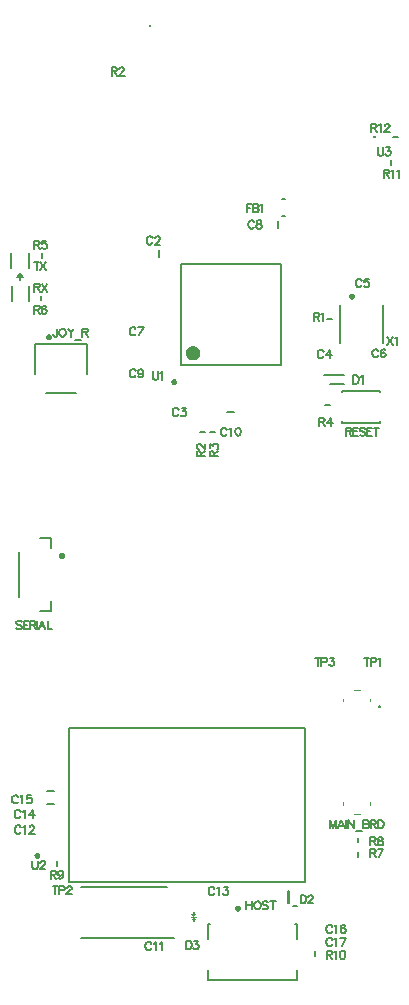
<source format=gto>
%FSTAX23Y23*%
%MOIN*%
%SFA1B1*%

%IPPOS*%
%ADD10C,0.009800*%
%ADD11C,0.003900*%
%ADD12C,0.007900*%
%ADD13C,0.023600*%
%ADD14C,0.005900*%
%ADD15C,0.006000*%
%LNleft_board-1*%
%LPD*%
G36*
X02783Y01476D02*
X02791Y01466D01*
X02775*
X02783Y01476*
X02775Y01486*
X02791*
X02783Y01476*
G37*
G54D10*
X02933Y01505D02*
D01*
X02933Y01506*
X02933Y01506*
X02933Y01506*
X02933Y01507*
X02933Y01507*
X02933Y01507*
X02933Y01508*
X02932Y01508*
X02932Y01508*
X02932Y01508*
X02932Y01509*
X02931Y01509*
X02931Y01509*
X02931Y01509*
X02931Y01509*
X0293Y0151*
X0293Y0151*
X0293Y0151*
X02929Y0151*
X02929Y0151*
X02929Y0151*
X02928Y0151*
X02928*
X02928Y0151*
X02927Y0151*
X02927Y0151*
X02927Y0151*
X02926Y0151*
X02926Y0151*
X02926Y01509*
X02925Y01509*
X02925Y01509*
X02925Y01509*
X02925Y01509*
X02924Y01508*
X02924Y01508*
X02924Y01508*
X02924Y01508*
X02924Y01507*
X02924Y01507*
X02923Y01507*
X02923Y01506*
X02923Y01506*
X02923Y01506*
X02923Y01505*
X02923Y01505*
X02923Y01505*
X02923Y01504*
X02923Y01504*
X02924Y01504*
X02924Y01503*
X02924Y01503*
X02924Y01503*
X02924Y01502*
X02924Y01502*
X02925Y01502*
X02925Y01502*
X02925Y01501*
X02925Y01501*
X02926Y01501*
X02926Y01501*
X02926Y01501*
X02927Y01501*
X02927Y015*
X02927Y015*
X02928Y015*
X02928Y015*
X02928*
X02929Y015*
X02929Y015*
X02929Y015*
X0293Y01501*
X0293Y01501*
X0293Y01501*
X02931Y01501*
X02931Y01501*
X02931Y01501*
X02931Y01502*
X02932Y01502*
X02932Y01502*
X02932Y01502*
X02932Y01503*
X02933Y01503*
X02933Y01503*
X02933Y01504*
X02933Y01504*
X02933Y01504*
X02933Y01505*
X02933Y01505*
X02933Y01505*
X02347Y02681D02*
D01*
X02347Y02681*
X02347Y02681*
X02347Y02682*
X02347Y02682*
X02347Y02682*
X02346Y02683*
X02346Y02683*
X02346Y02683*
X02346Y02683*
X02346Y02684*
X02346Y02684*
X02345Y02684*
X02345Y02684*
X02345Y02685*
X02344Y02685*
X02344Y02685*
X02344Y02685*
X02344Y02685*
X02343Y02685*
X02343Y02685*
X02343Y02685*
X02342Y02685*
X02342*
X02341Y02685*
X02341Y02685*
X02341Y02685*
X0234Y02685*
X0234Y02685*
X0234Y02685*
X0234Y02685*
X02339Y02685*
X02339Y02684*
X02339Y02684*
X02338Y02684*
X02338Y02684*
X02338Y02683*
X02338Y02683*
X02338Y02683*
X02338Y02683*
X02337Y02682*
X02337Y02682*
X02337Y02682*
X02337Y02681*
X02337Y02681*
X02337Y02681*
X02337Y0268*
X02337Y0268*
X02337Y0268*
X02337Y02679*
X02337Y02679*
X02338Y02679*
X02338Y02678*
X02338Y02678*
X02338Y02678*
X02338Y02677*
X02338Y02677*
X02339Y02677*
X02339Y02677*
X02339Y02677*
X0234Y02676*
X0234Y02676*
X0234Y02676*
X0234Y02676*
X02341Y02676*
X02341Y02676*
X02341Y02676*
X02342Y02676*
X02342*
X02343Y02676*
X02343Y02676*
X02343Y02676*
X02344Y02676*
X02344Y02676*
X02344Y02676*
X02344Y02676*
X02345Y02677*
X02345Y02677*
X02345Y02677*
X02346Y02677*
X02346Y02677*
X02346Y02678*
X02346Y02678*
X02346Y02678*
X02346Y02679*
X02347Y02679*
X02347Y02679*
X02347Y0268*
X02347Y0268*
X02347Y0268*
X02347Y02681*
X02722Y03259D02*
D01*
X02722Y0326*
X02722Y0326*
X02722Y0326*
X02722Y03261*
X02722Y03261*
X02721Y03261*
X02721Y03262*
X02721Y03262*
X02721Y03262*
X02721Y03262*
X02721Y03263*
X0272Y03263*
X0272Y03263*
X0272Y03263*
X02719Y03264*
X02719Y03264*
X02719Y03264*
X02719Y03264*
X02718Y03264*
X02718Y03264*
X02718Y03264*
X02717Y03264*
X02717*
X02716Y03264*
X02716Y03264*
X02716Y03264*
X02715Y03264*
X02715Y03264*
X02715Y03264*
X02715Y03264*
X02714Y03263*
X02714Y03263*
X02714Y03263*
X02713Y03263*
X02713Y03262*
X02713Y03262*
X02713Y03262*
X02713Y03262*
X02713Y03261*
X02712Y03261*
X02712Y03261*
X02712Y0326*
X02712Y0326*
X02712Y0326*
X02712Y03259*
X02712Y03259*
X02712Y03259*
X02712Y03258*
X02712Y03258*
X02712Y03258*
X02713Y03257*
X02713Y03257*
X02713Y03257*
X02713Y03256*
X02713Y03256*
X02713Y03256*
X02714Y03256*
X02714Y03255*
X02714Y03255*
X02715Y03255*
X02715Y03255*
X02715Y03255*
X02715Y03255*
X02716Y03255*
X02716Y03254*
X02716Y03254*
X02717Y03254*
X02717*
X02718Y03254*
X02718Y03254*
X02718Y03255*
X02719Y03255*
X02719Y03255*
X02719Y03255*
X02719Y03255*
X0272Y03255*
X0272Y03255*
X0272Y03256*
X02721Y03256*
X02721Y03256*
X02721Y03256*
X02721Y03257*
X02721Y03257*
X02721Y03257*
X02722Y03258*
X02722Y03258*
X02722Y03258*
X02722Y03259*
X02722Y03259*
X02722Y03259*
X02265Y01682D02*
D01*
X02265Y01682*
X02265Y01682*
X02265Y01683*
X02265Y01683*
X02265Y01683*
X02265Y01684*
X02265Y01684*
X02264Y01684*
X02264Y01684*
X02264Y01685*
X02264Y01685*
X02264Y01685*
X02263Y01685*
X02263Y01686*
X02263Y01686*
X02262Y01686*
X02262Y01686*
X02262Y01686*
X02261Y01686*
X02261Y01686*
X02261Y01686*
X0226Y01686*
X0226*
X0226Y01686*
X02259Y01686*
X02259Y01686*
X02259Y01686*
X02258Y01686*
X02258Y01686*
X02258Y01686*
X02258Y01686*
X02257Y01685*
X02257Y01685*
X02257Y01685*
X02257Y01685*
X02256Y01684*
X02256Y01684*
X02256Y01684*
X02256Y01684*
X02256Y01683*
X02256Y01683*
X02256Y01683*
X02255Y01682*
X02255Y01682*
X02255Y01682*
X02255Y01681*
X02255Y01681*
X02256Y01681*
X02256Y0168*
X02256Y0168*
X02256Y0168*
X02256Y01679*
X02256Y01679*
X02256Y01679*
X02257Y01678*
X02257Y01678*
X02257Y01678*
X02257Y01678*
X02258Y01678*
X02258Y01677*
X02258Y01677*
X02258Y01677*
X02259Y01677*
X02259Y01677*
X02259Y01677*
X0226Y01677*
X0226Y01677*
X0226*
X02261Y01677*
X02261Y01677*
X02261Y01677*
X02262Y01677*
X02262Y01677*
X02262Y01677*
X02263Y01677*
X02263Y01678*
X02263Y01678*
X02264Y01678*
X02264Y01678*
X02264Y01678*
X02264Y01679*
X02264Y01679*
X02265Y01679*
X02265Y0168*
X02265Y0168*
X02265Y0168*
X02265Y01681*
X02265Y01681*
X02265Y01681*
X02265Y01682*
X03314Y03545D02*
D01*
X03313Y03546*
X03313Y03546*
X03313Y03546*
X03313Y03547*
X03313Y03547*
X03313Y03547*
X03313Y03548*
X03313Y03548*
X03313Y03548*
X03312Y03548*
X03312Y03549*
X03312Y03549*
X03312Y03549*
X03311Y03549*
X03311Y03549*
X03311Y0355*
X0331Y0355*
X0331Y0355*
X0331Y0355*
X03309Y0355*
X03309Y0355*
X03309Y0355*
X03308*
X03308Y0355*
X03308Y0355*
X03307Y0355*
X03307Y0355*
X03307Y0355*
X03306Y0355*
X03306Y03549*
X03306Y03549*
X03306Y03549*
X03305Y03549*
X03305Y03549*
X03305Y03548*
X03305Y03548*
X03304Y03548*
X03304Y03548*
X03304Y03547*
X03304Y03547*
X03304Y03547*
X03304Y03546*
X03304Y03546*
X03304Y03546*
X03304Y03545*
X03304Y03545*
X03304Y03545*
X03304Y03544*
X03304Y03544*
X03304Y03544*
X03304Y03543*
X03304Y03543*
X03304Y03543*
X03305Y03542*
X03305Y03542*
X03305Y03542*
X03305Y03542*
X03306Y03541*
X03306Y03541*
X03306Y03541*
X03306Y03541*
X03307Y03541*
X03307Y03541*
X03307Y0354*
X03308Y0354*
X03308Y0354*
X03308Y0354*
X03309*
X03309Y0354*
X03309Y0354*
X0331Y0354*
X0331Y03541*
X0331Y03541*
X03311Y03541*
X03311Y03541*
X03311Y03541*
X03312Y03541*
X03312Y03542*
X03312Y03542*
X03312Y03542*
X03313Y03542*
X03313Y03543*
X03313Y03543*
X03313Y03543*
X03313Y03544*
X03313Y03544*
X03313Y03544*
X03313Y03545*
X03313Y03545*
X03314Y03545*
X02303Y03409D02*
D01*
X02303Y03409*
X02303Y0341*
X02303Y0341*
X02303Y0341*
X02303Y03411*
X02303Y03411*
X02303Y03411*
X02302Y03411*
X02302Y03412*
X02302Y03412*
X02302Y03412*
X02301Y03413*
X02301Y03413*
X02301Y03413*
X02301Y03413*
X023Y03413*
X023Y03413*
X023Y03414*
X02299Y03414*
X02299Y03414*
X02299Y03414*
X02298Y03414*
X02298*
X02298Y03414*
X02297Y03414*
X02297Y03414*
X02297Y03414*
X02296Y03413*
X02296Y03413*
X02296Y03413*
X02295Y03413*
X02295Y03413*
X02295Y03413*
X02295Y03412*
X02294Y03412*
X02294Y03412*
X02294Y03411*
X02294Y03411*
X02294Y03411*
X02294Y03411*
X02293Y0341*
X02293Y0341*
X02293Y0341*
X02293Y03409*
X02293Y03409*
X02293Y03409*
X02293Y03408*
X02293Y03408*
X02293Y03408*
X02294Y03407*
X02294Y03407*
X02294Y03407*
X02294Y03406*
X02294Y03406*
X02294Y03406*
X02295Y03405*
X02295Y03405*
X02295Y03405*
X02295Y03405*
X02296Y03405*
X02296Y03404*
X02296Y03404*
X02297Y03404*
X02297Y03404*
X02297Y03404*
X02298Y03404*
X02298Y03404*
X02298*
X02299Y03404*
X02299Y03404*
X02299Y03404*
X023Y03404*
X023Y03404*
X023Y03404*
X02301Y03405*
X02301Y03405*
X02301Y03405*
X02301Y03405*
X02302Y03405*
X02302Y03406*
X02302Y03406*
X02302Y03406*
X02303Y03407*
X02303Y03407*
X02303Y03407*
X02303Y03408*
X02303Y03408*
X02303Y03408*
X02303Y03409*
X02303Y03409*
G54D11*
X02635Y04447D02*
D01*
X02635Y04446*
X02635Y04446*
X02635Y04446*
X02635Y04446*
X02635Y04446*
X02635Y04446*
X02635Y04446*
X02636Y04446*
X02636Y04446*
X02636Y04446*
X02636Y04446*
X02636Y04446*
X02636Y04446*
X02636Y04446*
X02637Y04446*
X02637Y04446*
X02637Y04446*
X02637Y04446*
X02637Y04446*
X02637Y04446*
X02637Y04446*
X02637Y04446*
X02638Y04446*
X02638Y04446*
X02638Y04446*
X02638Y04446*
X02638Y04446*
X02638Y04446*
X02638Y04447*
X02638Y04447*
X02638Y04447*
X02638Y04447*
X02638Y04447*
X02638Y04447*
X02638Y04447*
X02638Y04447*
X02638Y04448*
X02638Y04448*
X02638Y04448*
X02638Y04448*
X02638Y04448*
X02638Y04448*
X02638Y04448*
X02638Y04448*
X02638Y04449*
D01*
X02638Y04449*
X02638Y04449*
X02638Y04449*
X02638Y04449*
X02638Y04449*
X02638Y04449*
X02638Y04449*
X02637Y04449*
X02637Y04449*
X02637Y04449*
X02637Y0445*
X02637Y0445*
X02637Y0445*
X02637Y0445*
X02636Y0445*
X02636Y0445*
X02636Y0445*
X02636Y0445*
X02636Y04449*
X02636Y04449*
X02636Y04449*
X02636Y04449*
X02635Y04449*
X02635Y04449*
X02635Y04449*
X02635Y04449*
X02635Y04449*
X02635Y04449*
X02635Y04449*
X02635Y04449*
X02635Y04448*
X02635Y04448*
X02635Y04448*
X02635Y04448*
X02635Y04448*
X02635Y04448*
X02635Y04448*
X02635Y04448*
X02635Y04447*
X02635Y04447*
X02635Y04447*
X02635Y04447*
X02635Y04447*
X02635Y04447*
X02635Y04447*
X03386Y04078D02*
D01*
X03386Y04078*
X03386Y04078*
X03386Y04078*
X03386Y04078*
X03386Y04078*
X03386Y04078*
X03385Y04079*
X03385Y04079*
X03385Y04079*
X03385Y04079*
X03385Y04079*
X03385Y04079*
X03385Y04079*
X03385Y04079*
X03385Y04079*
X03385Y04079*
X03384Y04079*
X03384Y0408*
X03384Y0408*
X03384Y0408*
X03384Y0408*
X03384Y0408*
X03384*
X03383Y0408*
X03383Y0408*
X03383Y0408*
X03383Y0408*
X03383Y04079*
X03383Y04079*
X03383Y04079*
X03383Y04079*
X03382Y04079*
X03382Y04079*
X03382Y04079*
X03382Y04079*
X03382Y04079*
X03382Y04079*
X03382Y04079*
X03382Y04078*
X03382Y04078*
X03382Y04078*
X03382Y04078*
X03382Y04078*
X03382Y04078*
X03382Y04078*
D01*
X03382Y04077*
X03382Y04077*
X03382Y04077*
X03382Y04077*
X03382Y04077*
X03382Y04077*
X03382Y04077*
X03382Y04077*
X03382Y04076*
X03382Y04076*
X03382Y04076*
X03382Y04076*
X03383Y04076*
X03383Y04076*
X03383Y04076*
X03383Y04076*
X03383Y04076*
X03383Y04076*
X03383Y04076*
X03383Y04076*
X03384Y04076*
X03384Y04076*
X03384*
X03384Y04076*
X03384Y04076*
X03384Y04076*
X03384Y04076*
X03385Y04076*
X03385Y04076*
X03385Y04076*
X03385Y04076*
X03385Y04076*
X03385Y04076*
X03385Y04076*
X03385Y04076*
X03385Y04076*
X03385Y04077*
X03386Y04077*
X03386Y04077*
X03386Y04077*
X03386Y04077*
X03386Y04077*
X03386Y04077*
X03386Y04077*
X03386Y04078*
X02775Y01476D02*
X02791D01*
X03316Y0182D02*
X03336D01*
X03281Y02194D02*
Y02203D01*
X03316Y02233D02*
X03336D01*
X03371Y02194D02*
Y02203D01*
Y01849D02*
Y01859D01*
X03281Y01849D02*
Y01859D01*
G54D12*
X03405Y02176D02*
D01*
X03405Y02176*
X03405Y02176*
X03405Y02176*
X03405Y02176*
X03405Y02176*
X03405Y02177*
X03405Y02177*
X03404Y02177*
X03404Y02177*
X03404Y02177*
X03404Y02177*
X03404Y02177*
X03404Y02177*
X03404Y02177*
X03404Y02178*
X03404Y02178*
X03404Y02178*
X03403Y02178*
X03403Y02178*
X03403Y02178*
X03403Y02178*
X03403Y02178*
X03403*
X03403Y02178*
X03402Y02178*
X03402Y02178*
X03402Y02178*
X03402Y02178*
X03402Y02178*
X03402Y02178*
X03402Y02177*
X03402Y02177*
X03401Y02177*
X03401Y02177*
X03401Y02177*
X03401Y02177*
X03401Y02177*
X03401Y02177*
X03401Y02177*
X03401Y02176*
X03401Y02176*
X03401Y02176*
X03401Y02176*
X03401Y02176*
X03401Y02176*
D01*
X03401Y02176*
X03401Y02176*
X03401Y02175*
X03401Y02175*
X03401Y02175*
X03401Y02175*
X03401Y02175*
X03401Y02175*
X03401Y02175*
X03401Y02175*
X03401Y02174*
X03401Y02174*
X03402Y02174*
X03402Y02174*
X03402Y02174*
X03402Y02174*
X03402Y02174*
X03402Y02174*
X03402Y02174*
X03402Y02174*
X03403Y02174*
X03403Y02174*
X03403*
X03403Y02174*
X03403Y02174*
X03403Y02174*
X03403Y02174*
X03404Y02174*
X03404Y02174*
X03404Y02174*
X03404Y02174*
X03404Y02174*
X03404Y02174*
X03404Y02174*
X03404Y02175*
X03404Y02175*
X03404Y02175*
X03405Y02175*
X03405Y02175*
X03405Y02175*
X03405Y02175*
X03405Y02175*
X03405Y02176*
X03405Y02176*
X03405Y02176*
D01*
X03405Y02176*
X03405Y02176*
X03405Y02176*
X03405Y02176*
X03405Y02176*
X03405Y02177*
X03405Y02177*
X03404Y02177*
X03404Y02177*
X03404Y02177*
X03404Y02177*
X03404Y02177*
X03404Y02177*
X03404Y02177*
X03404Y02178*
X03404Y02178*
X03404Y02178*
X03403Y02178*
X03403Y02178*
X03403Y02178*
X03403Y02178*
X03403Y02178*
X03403*
X03403Y02178*
X03402Y02178*
X03402Y02178*
X03402Y02178*
X03402Y02178*
X03402Y02178*
X03402Y02178*
X03402Y02177*
X03402Y02177*
X03401Y02177*
X03401Y02177*
X03401Y02177*
X03401Y02177*
X03401Y02177*
X03401Y02177*
X03401Y02177*
X03401Y02176*
X03401Y02176*
X03401Y02176*
X03401Y02176*
X03401Y02176*
X03401Y02176*
X02832Y01266D02*
X03127D01*
Y01298D01*
Y01403D02*
Y01451D01*
X03122D02*
X03127D01*
X02832Y01451D02*
X02837D01*
X02832Y01403D02*
Y01451D01*
Y01266D02*
Y01298D01*
X0227Y0274D02*
X02309D01*
X02202Y02542D02*
Y02693D01*
X0227Y02496D02*
X02309D01*
Y0253*
Y02705D02*
Y0274D01*
X03217Y03283D02*
X03283D01*
X03236Y03252D02*
X03283D01*
X03279Y03123D02*
X03405D01*
X03279Y03229D02*
Y03224D01*
Y03123D02*
Y03128D01*
Y03229D02*
X03405D01*
Y03224D02*
Y03229D01*
Y03128D02*
Y03123D01*
X02741Y03316D02*
X03075D01*
X02741Y03651D02*
X03075D01*
X02741Y03316D02*
Y03651D01*
X03075Y03316D02*
Y03651D01*
X0327Y0339D02*
Y03516D01*
X03414Y0339D02*
Y03516D01*
X02254Y03387D02*
X02427D01*
Y03286D02*
Y03387D01*
X02291Y03222D02*
X0239D01*
X02254Y03286D02*
Y03387D01*
X02667Y03677D02*
Y037D01*
X03077Y03813D02*
X03087D01*
X03077Y03868D02*
X03087D01*
X02895Y03159D02*
X02919D01*
X03064Y03771D02*
Y03795D01*
X02196Y03615D02*
X02212D01*
X02204Y03607D02*
Y03622D01*
X02235Y03689D02*
Y0364D01*
X02174D02*
Y03689D01*
X02194Y03608D02*
X02214D01*
X02204Y03617D02*
Y03598D01*
X02176Y0353D02*
Y03579D01*
X02233Y0353D02*
Y03579D01*
X02407Y01577D02*
X02694D01*
X02407Y01406D02*
X02718D01*
X03114Y01513D02*
X03128D01*
X031Y01563D02*
Y01523D01*
X03096Y01563D02*
X031D01*
X03096Y01523D02*
Y01563D01*
Y01523D02*
X031D01*
G54D13*
X02792Y03356D02*
D01*
X02792Y03357*
X02792Y03357*
X02792Y03358*
X02791Y03359*
X02791Y0336*
X02791Y03361*
X0279Y03361*
X0279Y03362*
X0279Y03363*
X02789Y03363*
X02788Y03364*
X02788Y03365*
X02787Y03365*
X02787Y03366*
X02786Y03366*
X02785Y03366*
X02784Y03367*
X02784Y03367*
X02783Y03367*
X02782Y03367*
X02781Y03368*
X0278Y03368*
X0278*
X02779Y03368*
X02778Y03367*
X02777Y03367*
X02776Y03367*
X02776Y03367*
X02775Y03366*
X02774Y03366*
X02773Y03366*
X02773Y03365*
X02772Y03365*
X02772Y03364*
X02771Y03363*
X0277Y03363*
X0277Y03362*
X0277Y03361*
X02769Y03361*
X02769Y0336*
X02769Y03359*
X02768Y03358*
X02768Y03357*
X02768Y03357*
X02768Y03356*
X02768Y03355*
X02768Y03354*
X02768Y03353*
X02769Y03353*
X02769Y03352*
X02769Y03351*
X0277Y0335*
X0277Y0335*
X0277Y03349*
X02771Y03348*
X02772Y03348*
X02772Y03347*
X02773Y03347*
X02773Y03346*
X02774Y03346*
X02775Y03345*
X02776Y03345*
X02776Y03345*
X02777Y03344*
X02778Y03344*
X02779Y03344*
X0278Y03344*
X0278*
X02781Y03344*
X02782Y03344*
X02783Y03344*
X02784Y03345*
X02784Y03345*
X02785Y03345*
X02786Y03346*
X02787Y03346*
X02787Y03347*
X02788Y03347*
X02788Y03348*
X02789Y03348*
X0279Y03349*
X0279Y0335*
X0279Y0335*
X02791Y03351*
X02791Y03352*
X02791Y03353*
X02792Y03353*
X02792Y03354*
X02792Y03355*
X02792Y03356*
G54D14*
X02783Y01484D02*
Y01491D01*
Y01462D02*
Y01467D01*
X03154Y01593D02*
Y02104D01*
X02366Y01593D02*
Y02104D01*
X03154*
X02366Y01593D02*
X03154D01*
X03189Y01346D02*
Y01362D01*
X0322Y03181D02*
X03236D01*
X03449Y04076D02*
X03465D01*
X02329Y01645D02*
Y01661D01*
X03229Y03468D02*
X03245D01*
X02275Y03547D02*
Y03531D01*
X0333Y01677D02*
Y01692D01*
X02294Y01895D02*
X02317D01*
X02294Y01851D02*
X02317D01*
X02805Y03093D02*
X02821D01*
X02838D02*
X02853D01*
X02279Y03689D02*
Y03673D01*
X0333Y01724D02*
Y0174D01*
X0344Y03999D02*
Y03983D01*
G54D15*
X02959Y01528D02*
Y01501D01*
X02978Y01528D02*
Y01501D01*
X02959Y01515D02*
X02978D01*
X02993Y01528D02*
X02991Y01527D01*
X02988Y01524*
X02987Y01522*
X02985Y01518*
Y01511*
X02987Y01507*
X02988Y01505*
X02991Y01502*
X02993Y01501*
X02998*
X03001Y01502*
X03004Y01505*
X03005Y01507*
X03006Y01511*
Y01518*
X03005Y01522*
X03004Y01524*
X03001Y01527*
X02998Y01528*
X02993*
X03031Y01524D02*
X03028Y01527D01*
X03025Y01528*
X03019*
X03015Y01527*
X03013Y01524*
Y01522*
X03014Y01519*
X03015Y01518*
X03018Y01517*
X03026Y01514*
X03028Y01513*
X0303Y01511*
X03031Y01509*
Y01505*
X03028Y01502*
X03025Y01501*
X03019*
X03015Y01502*
X03013Y01505*
X03046Y01528D02*
Y01501D01*
X03037Y01528D02*
X03056D01*
X03197Y0234D02*
Y02313D01*
X03188Y0234D02*
X03206D01*
X03209Y02326D02*
X03221D01*
X03225Y02327*
X03226Y02328*
X03228Y02331*
Y02335*
X03226Y02337*
X03225Y02339*
X03221Y0234*
X03209*
Y02313*
X03237Y0234D02*
X03251D01*
X03243Y0233*
X03247*
X0325Y02328*
X03251Y02327*
X03252Y02323*
Y0232*
X03251Y02316*
X03248Y02314*
X03244Y02313*
X0324*
X03237Y02314*
X03235Y02315*
X03234Y02318*
X02322Y01578D02*
Y01551D01*
X02313Y01578D02*
X02331D01*
X02334Y01564D02*
X02346D01*
X0235Y01565*
X02351Y01566*
X02353Y01569*
Y01573*
X02351Y01576*
X0235Y01577*
X02346Y01578*
X02334*
Y01551*
X0236Y01572D02*
Y01573D01*
X02362Y01576*
X02363Y01577*
X02365Y01578*
X02371*
X02373Y01577*
X02375Y01576*
X02376Y01573*
Y0157*
X02375Y01568*
X02372Y01564*
X02359Y01551*
X02377*
X0336Y0234D02*
Y02313D01*
X03351Y0234D02*
X03369D01*
X03373Y02326D02*
X03385D01*
X03389Y02327*
X0339Y02328*
X03391Y02331*
Y02335*
X0339Y02337*
X03389Y02339*
X03385Y0234*
X03373*
Y02313*
X03397Y02335D02*
X034Y02336D01*
X03404Y0234*
Y02313*
X03226Y01363D02*
Y01335D01*
Y01363D02*
X03238D01*
X03242Y01362*
X03243Y0136*
X03244Y01358*
Y01355*
X03243Y01352*
X03242Y01351*
X03238Y0135*
X03226*
X03235D02*
X03244Y01335D01*
X03251Y01358D02*
X03253Y01359D01*
X03257Y01363*
Y01335*
X03279Y01363D02*
X03275Y01362D01*
X03272Y01358*
X03271Y01351*
Y01347*
X03272Y01341*
X03275Y01337*
X03279Y01335*
X03281*
X03285Y01337*
X03288Y01341*
X03289Y01347*
Y01351*
X03288Y01358*
X03285Y01362*
X03281Y01363*
X03279*
X03244Y014D02*
X03243Y01402D01*
X0324Y01405*
X03238Y01406*
X03232*
X0323Y01405*
X03227Y01402*
X03226Y014*
X03225Y01396*
Y01389*
X03226Y01385*
X03227Y01383*
X0323Y0138*
X03232Y01379*
X03238*
X0324Y0138*
X03243Y01383*
X03244Y01385*
X03252Y01401D02*
X03255Y01402D01*
X03259Y01406*
Y01379*
X03291Y01406D02*
X03277Y01379D01*
X03272Y01406D02*
X03291D01*
X03245Y01443D02*
X03243Y01445D01*
X03241Y01448*
X03238Y01449*
X03233*
X0323Y01448*
X03228Y01445*
X03226Y01443*
X03225Y01439*
Y01432*
X03226Y01428*
X03228Y01426*
X0323Y01423*
X03233Y01422*
X03238*
X03241Y01423*
X03243Y01426*
X03245Y01428*
X03253Y01444D02*
X03255Y01445D01*
X03259Y01449*
Y01422*
X03288Y01445D02*
X03287Y01448D01*
X03283Y01449*
X03281*
X03277Y01448*
X03274Y01444*
X03273Y01438*
Y01431*
X03274Y01426*
X03277Y01423*
X03281Y01422*
X03282*
X03286Y01423*
X03288Y01426*
X0329Y0143*
Y01431*
X03288Y01435*
X03286Y01438*
X03282Y01439*
X03281*
X03277Y01438*
X03274Y01435*
X03273Y01431*
X03429Y03409D02*
X03447Y03382D01*
Y03409D02*
X03429Y03382D01*
X03453Y03404D02*
X03456Y03405D01*
X0346Y03409*
Y03382*
X02646Y03294D02*
Y03274D01*
X02647Y0327*
X0265Y03268*
X02654Y03266*
X02656*
X0266Y03268*
X02663Y0327*
X02664Y03274*
Y03294*
X02672Y03289D02*
X02674Y0329D01*
X02678Y03294*
Y03266*
X03184Y0349D02*
Y03462D01*
Y0349D02*
X03196D01*
X032Y03488*
X03201Y03487*
X03202Y03484*
Y03482*
X03201Y03479*
X032Y03478*
X03196Y03477*
X03184*
X03193D02*
X03202Y03462D01*
X03208Y03484D02*
X03211Y03486D01*
X03215Y0349*
Y03462*
X02961Y03853D02*
Y03825D01*
Y03853D02*
X02978D01*
X02961Y0384D02*
X02972D01*
X02981Y03853D02*
Y03825D01*
Y03853D02*
X02993D01*
X02997Y03852*
X02998Y0385*
X03Y03848*
Y03845*
X02998Y03842*
X02997Y03841*
X02993Y0384*
X02981D02*
X02993D01*
X02997Y03838*
X02998Y03837*
X03Y03835*
Y03831*
X02998Y03828*
X02997Y03827*
X02993Y03825*
X02981*
X03006Y03848D02*
X03008Y03849D01*
X03012Y03853*
Y03825*
X02894Y031D02*
X02892Y03103D01*
X0289Y03106*
X02887Y03107*
X02882*
X02879Y03106*
X02877Y03103*
X02875Y031*
X02874Y03096*
Y0309*
X02875Y03086*
X02877Y03083*
X02879Y03081*
X02882Y03079*
X02887*
X0289Y03081*
X02892Y03083*
X02894Y03086*
X02901Y03102D02*
X02904Y03103D01*
X02908Y03107*
Y03079*
X0293Y03107D02*
X02926Y03106D01*
X02923Y03102*
X02922Y03095*
Y03091*
X02923Y03085*
X02926Y03081*
X0293Y03079*
X02932*
X02936Y03081*
X02939Y03085*
X0294Y03091*
Y03095*
X02939Y03102*
X02936Y03106*
X02932Y03107*
X0293*
X0259Y03295D02*
X02588Y03298D01*
X02586Y033*
X02583Y03302*
X02578*
X02575Y033*
X02572Y03298*
X02571Y03295*
X0257Y03291*
Y03285*
X02571Y03281*
X02572Y03278*
X02575Y03275*
X02578Y03274*
X02583*
X02586Y03275*
X02588Y03278*
X0259Y03281*
X02614Y03293D02*
X02613Y03289D01*
X0261Y03286*
X02606Y03285*
X02605*
X02601Y03286*
X02599Y03289*
X02597Y03293*
Y03294*
X02599Y03298*
X02601Y033*
X02605Y03302*
X02606*
X0261Y033*
X02613Y03298*
X02614Y03293*
Y03286*
X02613Y03279*
X0261Y03275*
X02606Y03274*
X02604*
X026Y03275*
X02599Y03278*
X02985Y03791D02*
X02983Y03794D01*
X02981Y03796*
X02978Y03798*
X02973*
X0297Y03796*
X02967Y03794*
X02966Y03791*
X02965Y03787*
Y03781*
X02966Y03777*
X02967Y03774*
X0297Y03772*
X02973Y0377*
X02978*
X02981Y03772*
X02983Y03774*
X02985Y03777*
X02999Y03798D02*
X02995Y03796D01*
X02994Y03794*
Y03791*
X02995Y03789*
X02998Y03787*
X03003Y03786*
X03007Y03785*
X03009Y03782*
X03011Y03779*
Y03775*
X03009Y03773*
X03008Y03772*
X03004Y0377*
X02999*
X02995Y03772*
X02994Y03773*
X02992Y03775*
Y03779*
X02994Y03782*
X02996Y03785*
X03Y03786*
X03005Y03787*
X03008Y03789*
X03009Y03791*
Y03794*
X03008Y03796*
X03004Y03798*
X02999*
X02589Y03435D02*
X02588Y03438D01*
X02586Y0344*
X02583Y03441*
X02578*
X02575Y0344*
X02572Y03438*
X02571Y03435*
X0257Y03431*
Y03424*
X02571Y0342*
X02572Y03418*
X02575Y03415*
X02578Y03414*
X02583*
X02586Y03415*
X02588Y03418*
X02589Y0342*
X02616Y03441D02*
X02602Y03414D01*
X02597Y03441D02*
X02616D01*
X03399Y03362D02*
X03397Y03365D01*
X03395Y03367*
X03392Y03369*
X03387*
X03384Y03367*
X03382Y03365*
X0338Y03362*
X03379Y03358*
Y03351*
X0338Y03348*
X03382Y03345*
X03384Y03342*
X03387Y03341*
X03392*
X03395Y03342*
X03397Y03345*
X03399Y03348*
X03422Y03365D02*
X03421Y03367D01*
X03417Y03369*
X03414*
X0341Y03367*
X03408Y03363*
X03406Y03357*
Y0335*
X03408Y03345*
X0341Y03342*
X03414Y03341*
X03415*
X03419Y03342*
X03422Y03345*
X03423Y03349*
Y0335*
X03422Y03354*
X03419Y03357*
X03415Y03358*
X03414*
X0341Y03357*
X03408Y03354*
X03406Y0335*
X03343Y03596D02*
X03341Y03599D01*
X03339Y03601*
X03336Y03603*
X03331*
X03328Y03601*
X03326Y03599*
X03324Y03596*
X03323Y03592*
Y03586*
X03324Y03582*
X03326Y03579*
X03328Y03577*
X03331Y03575*
X03336*
X03339Y03577*
X03341Y03579*
X03343Y03582*
X03366Y03603D02*
X03353D01*
X03352Y03591*
X03353Y03592*
X03357Y03594*
X03361*
X03365Y03592*
X03368Y0359*
X03369Y03586*
Y03583*
X03368Y03579*
X03365Y03577*
X03361Y03575*
X03357*
X03353Y03577*
X03352Y03578*
X03351Y0358*
X03216Y0336D02*
X03215Y03363D01*
X03212Y03365*
X0321Y03367*
X03204*
X03202Y03365*
X03199Y03363*
X03198Y0336*
X03196Y03356*
Y0335*
X03198Y03346*
X03199Y03343*
X03202Y0334*
X03204Y03339*
X0321*
X03212Y0334*
X03215Y03343*
X03216Y03346*
X03237Y03367D02*
X03224Y03348D01*
X03244*
X03237Y03367D02*
Y03339D01*
X02733Y03166D02*
X02731Y03168D01*
X02729Y03171*
X02726Y03172*
X02721*
X02718Y03171*
X02715Y03168*
X02714Y03166*
X02713Y03162*
Y03155*
X02714Y03151*
X02715Y03149*
X02718Y03146*
X02721Y03145*
X02726*
X02729Y03146*
X02731Y03149*
X02733Y03151*
X02743Y03172D02*
X02757D01*
X02749Y03162*
X02753*
X02756Y03161*
X02757Y03159*
X02759Y03155*
Y03153*
X02757Y03149*
X02755Y03146*
X02751Y03145*
X02747*
X02743Y03146*
X02742Y03147*
X0274Y0315*
X02646Y03738D02*
X02645Y03741D01*
X02642Y03743*
X02639Y03745*
X02634*
X02632Y03743*
X02629Y03741*
X02628Y03738*
X02626Y03734*
Y03728*
X02628Y03724*
X02629Y03721*
X02632Y03718*
X02634Y03717*
X02639*
X02642Y03718*
X02645Y03721*
X02646Y03724*
X02655Y03738D02*
Y03739D01*
X02656Y03742*
X02658Y03743*
X0266Y03745*
X02665*
X02668Y03743*
X02669Y03742*
X02671Y03739*
Y03737*
X02669Y03734*
X02667Y0373*
X02654Y03717*
X02672*
X03315Y03281D02*
Y03253D01*
Y03281D02*
X03324D01*
X03328Y0328*
X0333Y03277*
X03332Y03274*
X03333Y03271*
Y03264*
X03332Y0326*
X0333Y03257*
X03328Y03255*
X03324Y03253*
X03315*
X03339Y03276D02*
X03342Y03277D01*
X03346Y03281*
Y03253*
X03372Y01702D02*
Y01675D01*
Y01702D02*
X03384D01*
X03388Y01701*
X03389Y017*
X0339Y01697*
Y01694*
X03389Y01692*
X03388Y0169*
X03384Y01689*
X03372*
X03381D02*
X0339Y01675D01*
X03415Y01702D02*
X03402Y01675D01*
X03396Y01702D02*
X03415D01*
X02251Y03513D02*
Y03486D01*
Y03513D02*
X02263D01*
X02267Y03512*
X02268Y03511*
X0227Y03508*
Y03505*
X02268Y03503*
X02267Y03502*
X02263Y035*
X02251*
X02261D02*
X0227Y03486D01*
X02292Y03509D02*
X0229Y03512D01*
X02286Y03513*
X02284*
X0228Y03512*
X02277Y03508*
X02276Y03502*
Y03495*
X02277Y0349*
X0228Y03487*
X02284Y03486*
X02285*
X02289Y03487*
X02292Y0349*
X02293Y03494*
Y03495*
X02292Y03499*
X02289Y03502*
X02285Y03503*
X02284*
X0228Y03502*
X02277Y03499*
X02276Y03495*
X03236Y01799D02*
Y01771D01*
Y01799D02*
X03247Y01771D01*
X03257Y01799D02*
X03247Y01771D01*
X03257Y01799D02*
Y01771D01*
X03286D02*
X03275Y01799D01*
X03265Y01771*
X03269Y0178D02*
X03282D01*
X03292Y01799D02*
Y01771D01*
X03298Y01799D02*
Y01771D01*
Y01799D02*
X03317Y01771D01*
Y01799D02*
Y01771D01*
X03324Y01762D02*
X03345D01*
X03349Y01799D02*
Y01771D01*
Y01799D02*
X0336D01*
X03364Y01797*
X03366Y01796*
X03367Y01793*
Y01791*
X03366Y01788*
X03364Y01787*
X0336Y01785*
X03349D02*
X0336D01*
X03364Y01784*
X03366Y01783*
X03367Y0178*
Y01776*
X03366Y01774*
X03364Y01772*
X0336Y01771*
X03349*
X03373Y01799D02*
Y01771D01*
Y01799D02*
X03385D01*
X03389Y01797*
X0339Y01796*
X03392Y01793*
Y01791*
X0339Y01788*
X03389Y01787*
X03385Y01785*
X03373*
X03382D02*
X03392Y01771D01*
X03398Y01799D02*
Y01771D01*
Y01799D02*
X03407D01*
X03411Y01797*
X03413Y01795*
X03415Y01792*
X03416Y01788*
Y01781*
X03415Y01778*
X03413Y01775*
X03411Y01772*
X03407Y01771*
X03398*
X02198Y01875D02*
X02197Y01878D01*
X02194Y0188*
X02191Y01881*
X02186*
X02183Y0188*
X02181Y01878*
X02179Y01875*
X02178Y01871*
Y01864*
X02179Y0186*
X02181Y01858*
X02183Y01855*
X02186Y01854*
X02191*
X02194Y01855*
X02197Y01858*
X02198Y0186*
X02206Y01876D02*
X02208Y01878D01*
X02212Y01881*
Y01854*
X02242Y01881D02*
X02228D01*
X02227Y0187*
X02228Y01871*
X02232Y01872*
X02236*
X0224Y01871*
X02243Y01868*
X02244Y01864*
Y01862*
X02243Y01858*
X0224Y01855*
X02236Y01854*
X02232*
X02228Y01855*
X02227Y01857*
X02226Y01859*
X02642Y01385D02*
X02641Y01388D01*
X02638Y01391*
X02635Y01392*
X0263*
X02627Y01391*
X02625Y01388*
X02624Y01385*
X02622Y01381*
Y01375*
X02624Y01371*
X02625Y01368*
X02627Y01366*
X0263Y01364*
X02635*
X02638Y01366*
X02641Y01368*
X02642Y01371*
X0265Y01387D02*
X02652Y01388D01*
X02656Y01392*
Y01364*
X0267Y01387D02*
X02672Y01388D01*
X02676Y01392*
Y01364*
X02207Y01774D02*
X02205Y01777D01*
X02203Y0178*
X022Y01781*
X02195*
X02192Y0178*
X0219Y01777*
X02188Y01774*
X02187Y01771*
Y01764*
X02188Y0176*
X0219Y01757*
X02192Y01755*
X02195Y01753*
X022*
X02203Y01755*
X02205Y01757*
X02207Y0176*
X02214Y01776D02*
X02217Y01777D01*
X02221Y01781*
Y01753*
X02236Y01774D02*
Y01776D01*
X02237Y01778*
X02239Y0178*
X02241Y01781*
X02246*
X02249Y0178*
X0225Y01778*
X02252Y01776*
Y01773*
X0225Y01771*
X02248Y01767*
X02235Y01753*
X02253*
X02852Y01569D02*
X02851Y01572D01*
X02848Y01575*
X02846Y01576*
X02841*
X02838Y01575*
X02835Y01572*
X02834Y01569*
X02833Y01565*
Y01559*
X02834Y01555*
X02835Y01552*
X02838Y0155*
X02841Y01548*
X02846*
X02848Y0155*
X02851Y01552*
X02852Y01555*
X0286Y01571D02*
X02863Y01572D01*
X02867Y01576*
Y01548*
X02883Y01576D02*
X02897D01*
X0289Y01565*
X02893*
X02896Y01564*
X02897Y01563*
X02899Y01559*
Y01556*
X02897Y01552*
X02895Y0155*
X02891Y01548*
X02887*
X02883Y0155*
X02882Y01551*
X0288Y01554*
X02328Y03437D02*
Y03416D01*
X02327Y03412*
X02326Y03411*
X02323Y0341*
X0232*
X02318Y03411*
X02316Y03412*
X02315Y03416*
Y03419*
X02343Y03437D02*
X02341Y03436D01*
X02338Y03433*
X02337Y03431*
X02335Y03427*
Y0342*
X02337Y03416*
X02338Y03414*
X02341Y03411*
X02343Y0341*
X02348*
X02351Y03411*
X02354Y03414*
X02355Y03416*
X02356Y0342*
Y03427*
X02355Y03431*
X02354Y03433*
X02351Y03436*
X02348Y03437*
X02343*
X02363D02*
X02373Y03424D01*
Y0341*
X02384Y03437D02*
X02373Y03424D01*
X02387Y034D02*
X02408D01*
X02412Y03437D02*
Y0341D01*
Y03437D02*
X02424D01*
X02427Y03436*
X02429Y03435*
X0243Y03432*
Y03429*
X02429Y03427*
X02427Y03425*
X02424Y03424*
X02412*
X02421D02*
X0243Y0341D01*
X0226Y03659D02*
Y03631D01*
X02251Y03659D02*
X02269D01*
X02272D02*
X02291Y03631D01*
Y03659D02*
X02272Y03631D01*
X02252Y03587D02*
Y0356D01*
Y03587D02*
X02264D01*
X02267Y03586*
X02269Y03585*
X0227Y03582*
Y03579*
X02269Y03577*
X02267Y03575*
X02264Y03574*
X02252*
X02261D02*
X0227Y0356D01*
X02276Y03587D02*
X02295Y0356D01*
Y03587D02*
X02276Y0356D01*
X0314Y01549D02*
Y01521D01*
Y01549D02*
X03149D01*
X03153Y01547*
X03155Y01545*
X03157Y01542*
X03158Y01538*
Y01532*
X03157Y01528*
X03155Y01525*
X03153Y01523*
X03149Y01521*
X0314*
X03165Y01542D02*
Y01544D01*
X03167Y01546*
X03168Y01547*
X03171Y01549*
X03176*
X03178Y01547*
X0318Y01546*
X03181Y01544*
Y01541*
X0318Y01538*
X03177Y01534*
X03164Y01521*
X03182*
X02758Y01395D02*
Y01368D01*
Y01395D02*
X02767D01*
X02771Y01394*
X02773Y01391*
X02775Y01389*
X02776Y01385*
Y01378*
X02775Y01374*
X02773Y01372*
X02771Y01369*
X02767Y01368*
X02758*
X02785Y01395D02*
X02799D01*
X02791Y01385*
X02795*
X02798Y01383*
X02799Y01382*
X02801Y01378*
Y01376*
X02799Y01372*
X02797Y01369*
X02793Y01368*
X02789*
X02785Y01369*
X02783Y0137*
X02782Y01373*
X02245Y01662D02*
Y01642D01*
X02246Y01638*
X02249Y01636*
X02253Y01634*
X02256*
X0226Y01636*
X02262Y01638*
X02263Y01642*
Y01662*
X02272Y01655D02*
Y01657D01*
X02274Y01659*
X02275Y01661*
X02278Y01662*
X02283*
X02286Y01661*
X02287Y01659*
X02288Y01657*
Y01654*
X02287Y01651*
X02284Y01648*
X02271Y01634*
X02289*
X02306Y0163D02*
Y01603D01*
Y0163D02*
X02317D01*
X02321Y01629*
X02323Y01628*
X02324Y01625*
Y01623*
X02323Y0162*
X02321Y01619*
X02317Y01617*
X02306*
X02315D02*
X02324Y01603D01*
X02347Y01621D02*
X02346Y01617D01*
X02343Y01615*
X02339Y01613*
X02338*
X02334Y01615*
X02331Y01617*
X0233Y01621*
Y01623*
X02331Y01627*
X02334Y01629*
X02338Y0163*
X02339*
X02343Y01629*
X02346Y01627*
X02347Y01621*
Y01615*
X02346Y01608*
X02343Y01604*
X02339Y01603*
X02337*
X02333Y01604*
X02331Y01607*
X03372Y01742D02*
Y01714D01*
Y01742D02*
X03384D01*
X03388Y0174*
X03389Y01739*
X0339Y01736*
Y01734*
X03389Y01731*
X03388Y0173*
X03384Y01729*
X03372*
X03381D02*
X0339Y01714D01*
X03403Y01742D02*
X03399Y0174D01*
X03398Y01738*
Y01735*
X03399Y01732*
X03402Y01731*
X03407Y0173*
X03411Y01729*
X03413Y01726*
X03415Y01723*
Y01719*
X03413Y01717*
X03412Y01715*
X03408Y01714*
X03403*
X03399Y01715*
X03398Y01717*
X03396Y01719*
Y01723*
X03398Y01726*
X034Y01729*
X03404Y0173*
X03409Y01731*
X03412Y01732*
X03413Y01735*
Y01738*
X03412Y0174*
X03408Y01742*
X03403*
X02252Y0373D02*
Y03702D01*
Y0373D02*
X02264D01*
X02267Y03729*
X02269Y03727*
X0227Y03725*
Y03722*
X02269Y03719*
X02267Y03718*
X02264Y03717*
X02252*
X02261D02*
X0227Y03702D01*
X02292Y0373D02*
X02279D01*
X02278Y03718*
X02279Y03719*
X02283Y03721*
X02287*
X02291Y03719*
X02293Y03717*
X02295Y03713*
Y0371*
X02293Y03706*
X02291Y03704*
X02287Y03702*
X02283*
X02279Y03704*
X02278Y03705*
X02276Y03708*
X03202Y03139D02*
Y03112D01*
Y03139D02*
X03214D01*
X03218Y03138*
X03219Y03137*
X0322Y03134*
Y03131*
X03219Y03129*
X03218Y03128*
X03214Y03126*
X03202*
X03211D02*
X0322Y03112D01*
X0324Y03139D02*
X03226Y03121D01*
X03246*
X0324Y03139D02*
Y03112D01*
X02838Y03011D02*
X02865D01*
X02838D02*
Y03022D01*
X02839Y03026*
X0284Y03028*
X02843Y03029*
X02845*
X02848Y03028*
X02849Y03026*
X02851Y03022*
Y03011*
Y0302D02*
X02865Y03029D01*
X02838Y03038D02*
Y03052D01*
X02848Y03044*
Y03048*
X02849Y03051*
X02851Y03052*
X02855Y03053*
X02857*
X02861Y03052*
X02864Y0305*
X02865Y03046*
Y03042*
X02864Y03038*
X02863Y03036*
X0286Y03035*
X02793Y03011D02*
X02821D01*
X02793D02*
Y03022D01*
X02795Y03026*
X02796Y03028*
X02799Y03029*
X02801*
X02804Y03028*
X02805Y03026*
X02806Y03022*
Y03011*
Y0302D02*
X02821Y03029D01*
X028Y03036D02*
X02799D01*
X02796Y03038*
X02795Y03039*
X02793Y03042*
Y03047*
X02795Y0305*
X02796Y03051*
X02799Y03052*
X02801*
X02804Y03051*
X02808Y03048*
X02821Y03035*
Y03053*
X02206Y01826D02*
X02205Y01828D01*
X02202Y01831*
X02199Y01832*
X02194*
X02192Y01831*
X02189Y01828*
X02188Y01826*
X02186Y01822*
Y01815*
X02188Y01811*
X02189Y01809*
X02192Y01806*
X02194Y01805*
X02199*
X02202Y01806*
X02205Y01809*
X02206Y01811*
X02214Y01827D02*
X02216Y01828D01*
X0222Y01832*
Y01805*
X02247Y01832D02*
X02234Y01814D01*
X02254*
X02247Y01832D02*
Y01805D01*
X03396Y04041D02*
Y04021D01*
X03397Y04017*
X034Y04015*
X03404Y04013*
X03406*
X0341Y04015*
X03413Y04017*
X03414Y04021*
Y04041*
X03424D02*
X03439D01*
X03431Y0403*
X03435*
X03437Y04029*
X03439Y04028*
X0344Y04024*
Y04021*
X03439Y04017*
X03436Y04015*
X03432Y04013*
X03428*
X03424Y04015*
X03423Y04016*
X03422Y04019*
X0251Y04308D02*
Y0428D01*
Y04308D02*
X02521D01*
X02525Y04307*
X02527Y04305*
X02528Y04303*
Y043*
X02527Y04298*
X02525Y04296*
X02521Y04295*
X0251*
X02519D02*
X02528Y0428D01*
X02535Y04301D02*
Y04303D01*
X02537Y04305*
X02538Y04307*
X02541Y04308*
X02546*
X02549Y04307*
X0255Y04305*
X02551Y04303*
Y043*
X0255Y04298*
X02547Y04294*
X02534Y0428*
X02553*
X03291Y03107D02*
Y03079D01*
Y03107D02*
X03302D01*
X03306Y03106*
X03308Y03104*
X03309Y03102*
Y03099*
X03308Y03096*
X03306Y03095*
X03302Y03094*
X03291*
X033D02*
X03309Y03079D01*
X03332Y03107D02*
X03315D01*
Y03079*
X03332*
X03315Y03094D02*
X03326D01*
X03355Y03103D02*
X03353Y03106D01*
X03349Y03107*
X03343*
X03339Y03106*
X03337Y03103*
Y031*
X03338Y03098*
X03339Y03096*
X03342Y03095*
X0335Y03092*
X03353Y03091*
X03354Y0309*
X03355Y03087*
Y03083*
X03353Y03081*
X03349Y03079*
X03343*
X03339Y03081*
X03337Y03083*
X03378Y03107D02*
X03361D01*
Y03079*
X03378*
X03361Y03094D02*
X03372D01*
X03392Y03107D02*
Y03079D01*
X03383Y03107D02*
X03401D01*
X03374Y0412D02*
Y04092D01*
Y0412D02*
X03386D01*
X0339Y04118*
X03392Y04117*
X03393Y04114*
Y04112*
X03392Y04109*
X0339Y04108*
X03386Y04107*
X03374*
X03384D02*
X03393Y04092D01*
X03399Y04114D02*
X03402Y04116D01*
X03406Y0412*
Y04092*
X03421Y04113D02*
Y04114D01*
X03422Y04117*
X03423Y04118*
X03426Y0412*
X03431*
X03434Y04118*
X03435Y04117*
X03436Y04114*
Y04112*
X03435Y04109*
X03432Y04105*
X03419Y04092*
X03438*
X03416Y03967D02*
Y0394D01*
Y03967D02*
X03428D01*
X03432Y03966*
X03433Y03964*
X03434Y03962*
Y03959*
X03433Y03957*
X03432Y03955*
X03428Y03954*
X03416*
X03425D02*
X03434Y0394D01*
X0344Y03962D02*
X03443Y03963D01*
X03447Y03967*
Y0394*
X03461Y03962D02*
X03463Y03963D01*
X03467Y03967*
Y0394*
X0221Y02458D02*
X02207Y02461D01*
X02203Y02462*
X02198*
X02194Y02461*
X02192Y02458*
Y02456*
X02193Y02453*
X02194Y02452*
X02197Y0245*
X02205Y02448*
X02207Y02446*
X02209Y02445*
X0221Y02442*
Y02439*
X02207Y02436*
X02203Y02435*
X02198*
X02194Y02436*
X02192Y02439*
X02233Y02462D02*
X02216D01*
Y02435*
X02233*
X02216Y02449D02*
X02227D01*
X02238Y02462D02*
Y02435D01*
Y02462D02*
X0225D01*
X02254Y02461*
X02255Y0246*
X02256Y02457*
Y02454*
X02255Y02452*
X02254Y0245*
X0225Y02449*
X02238*
X02247D02*
X02256Y02435D01*
X02262Y02462D02*
Y02435D01*
X02289D02*
X02279Y02462D01*
X02268Y02435*
X02272Y02444D02*
X02285D01*
X02296Y02462D02*
Y02435D01*
X02311*
M02*
</source>
